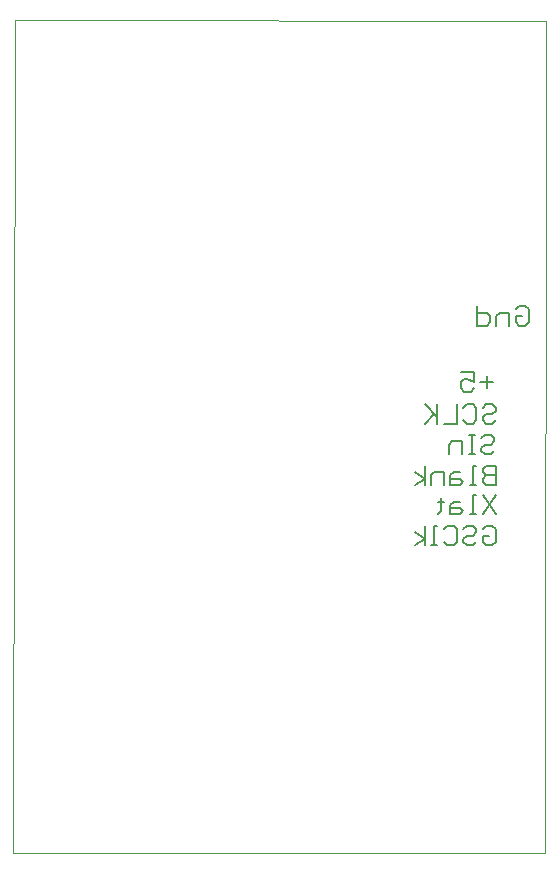
<source format=gbo>
G75*
G70*
%OFA0B0*%
%FSLAX24Y24*%
%IPPOS*%
%LPD*%
%AMOC8*
5,1,8,0,0,1.08239X$1,22.5*
%
%ADD10C,0.0000*%
%ADD11C,0.0060*%
D10*
X001418Y000100D02*
X001458Y027856D01*
X019159Y027844D01*
X019135Y000100D01*
X001418Y000100D01*
D11*
X014807Y010366D02*
X015127Y010580D01*
X014807Y010793D01*
X015127Y011007D02*
X015127Y010366D01*
X015344Y010366D02*
X015557Y010366D01*
X015450Y010366D02*
X015450Y011007D01*
X015557Y011007D01*
X015775Y010900D02*
X015881Y011007D01*
X016095Y011007D01*
X016202Y010900D01*
X016202Y010473D01*
X016095Y010366D01*
X015881Y010366D01*
X015775Y010473D01*
X016419Y010473D02*
X016526Y010366D01*
X016740Y010366D01*
X016846Y010473D01*
X017064Y010473D02*
X017171Y010366D01*
X017384Y010366D01*
X017491Y010473D01*
X017491Y010900D01*
X017384Y011007D01*
X017171Y011007D01*
X017064Y010900D01*
X017064Y010686D02*
X017277Y010686D01*
X017064Y010686D02*
X017064Y010473D01*
X016846Y010793D02*
X016740Y010686D01*
X016526Y010686D01*
X016419Y010580D01*
X016419Y010473D01*
X016419Y010900D02*
X016526Y011007D01*
X016740Y011007D01*
X016846Y010900D01*
X016846Y010793D01*
X016846Y011390D02*
X016633Y011390D01*
X016740Y011390D02*
X016740Y012030D01*
X016846Y012030D01*
X017064Y012030D02*
X017491Y011390D01*
X017064Y011390D02*
X017491Y012030D01*
X017491Y012374D02*
X017171Y012374D01*
X017064Y012481D01*
X017064Y012588D01*
X017171Y012694D01*
X017491Y012694D01*
X017491Y012374D02*
X017491Y013015D01*
X017171Y013015D01*
X017064Y012908D01*
X017064Y012801D01*
X017171Y012694D01*
X016846Y012374D02*
X016633Y012374D01*
X016740Y012374D02*
X016740Y013015D01*
X016846Y013015D01*
X016807Y013398D02*
X016593Y013398D01*
X016700Y013398D02*
X016700Y014038D01*
X016807Y014038D02*
X016593Y014038D01*
X016377Y013825D02*
X016057Y013825D01*
X015950Y013718D01*
X015950Y013398D01*
X016096Y012801D02*
X015990Y012694D01*
X015990Y012374D01*
X016310Y012374D01*
X016417Y012481D01*
X016310Y012588D01*
X015990Y012588D01*
X016096Y012801D02*
X016310Y012801D01*
X015772Y012801D02*
X015772Y012374D01*
X015665Y011924D02*
X015665Y011497D01*
X015559Y011390D01*
X015559Y011817D02*
X015772Y011817D01*
X015990Y011710D02*
X015990Y011390D01*
X016310Y011390D01*
X016417Y011497D01*
X016310Y011603D01*
X015990Y011603D01*
X015990Y011710D02*
X016096Y011817D01*
X016310Y011817D01*
X015772Y012801D02*
X015452Y012801D01*
X015345Y012694D01*
X015345Y012374D01*
X015127Y012374D02*
X015127Y013015D01*
X014807Y012801D02*
X015127Y012588D01*
X014807Y012374D01*
X015130Y014421D02*
X015450Y014742D01*
X015557Y014635D02*
X015130Y015062D01*
X015557Y015062D02*
X015557Y014421D01*
X015775Y014421D02*
X016202Y014421D01*
X016202Y015062D01*
X016419Y014955D02*
X016526Y015062D01*
X016740Y015062D01*
X016846Y014955D01*
X016846Y014528D01*
X016740Y014421D01*
X016526Y014421D01*
X016419Y014528D01*
X017064Y014528D02*
X017171Y014421D01*
X017384Y014421D01*
X017491Y014528D01*
X017384Y014742D02*
X017171Y014742D01*
X017064Y014635D01*
X017064Y014528D01*
X017384Y014742D02*
X017491Y014848D01*
X017491Y014955D01*
X017384Y015062D01*
X017171Y015062D01*
X017064Y014955D01*
X016661Y015484D02*
X016768Y015591D01*
X016661Y015484D02*
X016447Y015484D01*
X016341Y015591D01*
X016341Y015805D01*
X016447Y015911D01*
X016554Y015911D01*
X016768Y015805D01*
X016768Y016125D01*
X016341Y016125D01*
X016985Y015805D02*
X017412Y015805D01*
X017199Y016018D02*
X017199Y015591D01*
X017131Y014038D02*
X017345Y014038D01*
X017451Y013932D01*
X017451Y013825D01*
X017345Y013718D01*
X017131Y013718D01*
X017024Y013611D01*
X017024Y013504D01*
X017131Y013398D01*
X017345Y013398D01*
X017451Y013504D01*
X017024Y013932D02*
X017131Y014038D01*
X016377Y013825D02*
X016377Y013398D01*
X016877Y017689D02*
X017197Y017689D01*
X017304Y017796D01*
X017304Y018009D01*
X017197Y018116D01*
X016877Y018116D01*
X016877Y018330D02*
X016877Y017689D01*
X017522Y017689D02*
X017522Y018009D01*
X017628Y018116D01*
X017949Y018116D01*
X017949Y017689D01*
X018166Y017796D02*
X018166Y018009D01*
X018380Y018009D01*
X018593Y017796D02*
X018486Y017689D01*
X018273Y017689D01*
X018166Y017796D01*
X018166Y018223D02*
X018273Y018330D01*
X018486Y018330D01*
X018593Y018223D01*
X018593Y017796D01*
M02*

</source>
